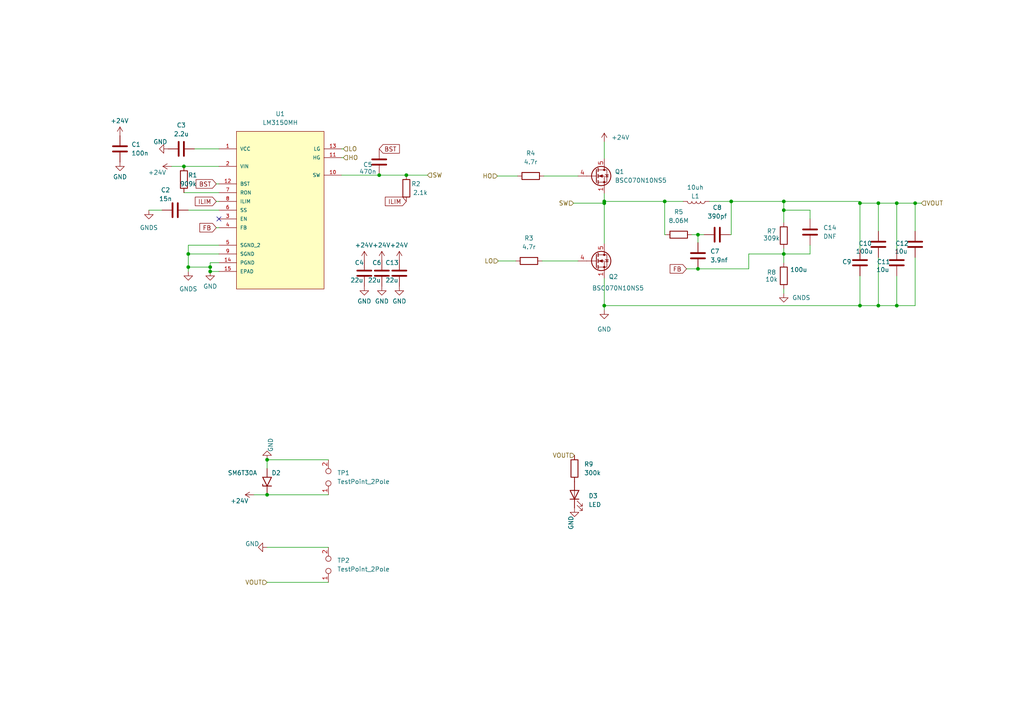
<source format=kicad_sch>
(kicad_sch (version 20211123) (generator eeschema)
  (paper "A4")
  (lib_symbols
    (symbol "0_RM2023:LM3150MH" (pin_names (offset 1.016))
      (property "Reference" "U" (at -4.4958 22.479 0))
      (property "Value" "LM3150MH" (at -6.1214 -28.7528 0))
      (symbol "LM3150MH_0_0"
        (rectangle (start -12.7 -25.4) (end 12.7 20.32) (stroke (width 0.1524)) (fill (type background)))
        (pin power_in line (at -17.78 15.24 0) (length 5.08) (name "VCC") (number "1"))
        (pin output line (at 17.78 7.62 180) (length 5.08) (name "SW") (number "10"))
        (pin output line (at 17.78 12.7 180) (length 5.08) (name "HG") (number "11"))
        (pin input line (at -17.78 5.08 0) (length 5.08) (name "BST") (number "12"))
        (pin output line (at 17.78 15.24 180) (length 5.08) (name "LG") (number "13"))
        (pin passive line (at -17.78 -17.78 0) (length 5.08) (name "PGND") (number "14"))
        (pin passive line (at -17.78 -20.32 0) (length 5.08) (name "EPAD") (number "15"))
        (pin input line (at -17.78 10.16 0) (length 5.08) (name "VIN") (number "2"))
        (pin input line (at -17.78 -5.08 0) (length 5.08) (name "EN") (number "3"))
        (pin input line (at -17.78 -7.62 0) (length 5.08) (name "FB") (number "4"))
        (pin passive line (at -17.78 -12.7 0) (length 5.08) (name "SGND_2") (number "5"))
        (pin input line (at -17.78 -2.54 0) (length 5.08) (name "SS") (number "6"))
        (pin input line (at -17.78 2.54 0) (length 5.08) (name "RON") (number "7"))
        (pin input line (at -17.78 0 0) (length 5.08) (name "ILIM") (number "8"))
        (pin passive line (at -17.78 -15.24 0) (length 5.08) (name "SGND") (number "9"))
      )
    )
    (symbol "Connector:TestPoint_2Pole" (pin_names (offset 0.762) hide)
      (property "Reference" "TP" (at 0 1.524 0))
      (property "Value" "TestPoint_2Pole" (at 0 -1.778 0))
      (symbol "TestPoint_2Pole_0_1"
        (circle (center -1.778 0) (radius 0.762))
        (circle (center 1.778 0) (radius 0.762))
        (pin passive line (at -5.08 0 0) (length 2.54) (name "1") (number "1"))
        (pin passive line (at 5.08 0 180) (length 2.54) (name "2") (number "2"))
      )
    )
    (symbol "Device:C" (pin_numbers hide) (pin_names (offset 0.254))
      (property "Reference" "C" (at 0.635 2.54 0))
      (property "Value" "C" (at 0.635 -2.54 0))
      (symbol "C_0_1"
        (polyline (pts (xy -2.032 -0.762) (xy 2.032 -0.762)) (stroke (width 0.508)))
        (polyline (pts (xy -2.032 0.762) (xy 2.032 0.762)) (stroke (width 0.508)))
      )
      (symbol "C_1_1"
        (pin passive line (at 0 3.81 270) (length 2.794) (name "~") (number "1"))
        (pin passive line (at 0 -3.81 90) (length 2.794) (name "~") (number "2"))
      )
    )
    (symbol "Device:L" (pin_numbers hide) (pin_names (offset 1.016) hide)
      (property "Reference" "L" (at -1.27 0 90))
      (property "Value" "L" (at 1.905 0 90))
      (symbol "L_0_1"
        (arc (start 0 -2.54) (mid 0.635 -1.905) (end 0 -1.27))
        (arc (start 0 -1.27) (mid 0.635 -0.635) (end 0 0))
        (arc (start 0 0) (mid 0.635 0.635) (end 0 1.27))
        (arc (start 0 1.27) (mid 0.635 1.905) (end 0 2.54))
      )
      (symbol "L_1_1"
        (pin passive line (at 0 3.81 270) (length 1.27) (name "1") (number "1"))
        (pin passive line (at 0 -3.81 90) (length 1.27) (name "2") (number "2"))
      )
    )
    (symbol "Device:LED" (pin_numbers hide) (pin_names (offset 1.016) hide)
      (property "Reference" "D" (at 0 2.54 0))
      (property "Value" "LED" (at 0 -2.54 0))
      (symbol "LED_0_1"
        (polyline (pts (xy -1.27 -1.27) (xy -1.27 1.27)) (stroke (width 0.254)))
        (polyline (pts (xy -1.27 0) (xy 1.27 0)))
        (polyline (pts (xy 1.27 -1.27) (xy 1.27 1.27) (xy -1.27 0) (xy 1.27 -1.27)) (stroke (width 0.254)))
        (polyline (pts (xy -3.048 -0.762) (xy -4.572 -2.286) (xy -3.81 -2.286) (xy -4.572 -2.286) (xy -4.572 -1.524)))
        (polyline (pts (xy -1.778 -0.762) (xy -3.302 -2.286) (xy -2.54 -2.286) (xy -3.302 -2.286) (xy -3.302 -1.524)))
      )
      (symbol "LED_1_1"
        (pin passive line (at -3.81 0 0) (length 2.54) (name "K") (number "1"))
        (pin passive line (at 3.81 0 180) (length 2.54) (name "A") (number "2"))
      )
    )
    (symbol "Device:R" (pin_numbers hide) (pin_names (offset 0))
      (property "Reference" "R" (at 2.032 0 90))
      (property "Value" "R" (at 0 0 90))
      (symbol "R_0_1"
        (rectangle (start -1.016 -2.54) (end 1.016 2.54) (stroke (width 0.254)))
      )
      (symbol "R_1_1"
        (pin passive line (at 0 3.81 270) (length 1.27) (name "~") (number "1"))
        (pin passive line (at 0 -3.81 90) (length 1.27) (name "~") (number "2"))
      )
    )
    (symbol "Diode:SM6T30A" (pin_numbers hide) (pin_names (offset 1.016) hide)
      (property "Reference" "D" (at 0 2.54 0))
      (property "Value" "SM6T30A" (at 0 -2.54 0))
      (symbol "SM6T30A_0_1"
        (polyline (pts (xy -0.762 1.27) (xy -1.27 1.27) (xy -1.27 -1.27)) (stroke (width 0.254)))
        (polyline (pts (xy 1.27 1.27) (xy 1.27 -1.27) (xy -1.27 0) (xy 1.27 1.27)) (stroke (width 0.254)))
      )
      (symbol "SM6T30A_1_1"
        (pin passive line (at -3.81 0 0) (length 2.54) (name "A1") (number "1"))
        (pin passive line (at 3.81 0 180) (length 2.54) (name "A2") (number "2"))
      )
    )
    (symbol "Transistor_FET:BSC070N10NS5" (pin_names hide)
      (property "Reference" "Q" (at 5.08 1.905 0))
      (property "Value" "BSC070N10NS5" (at 5.08 0 0))
      (symbol "BSC070N10NS5_0_1"
        (polyline (pts (xy 0.254 0) (xy -2.54 0)))
        (polyline (pts (xy 0.254 1.905) (xy 0.254 -1.905)) (stroke (width 0.254)))
        (polyline (pts (xy 0.762 -1.27) (xy 0.762 -2.286)) (stroke (width 0.254)))
        (polyline (pts (xy 0.762 0.508) (xy 0.762 -0.508)) (stroke (width 0.254)))
        (polyline (pts (xy 0.762 2.286) (xy 0.762 1.27)) (stroke (width 0.254)))
        (polyline (pts (xy 2.54 2.54) (xy 2.54 1.778)))
        (polyline (pts (xy 2.54 -2.54) (xy 2.54 0) (xy 0.762 0)))
        (polyline (pts (xy 0.762 -1.778) (xy 3.302 -1.778) (xy 3.302 1.778) (xy 0.762 1.778)))
        (polyline (pts (xy 1.016 0) (xy 2.032 0.381) (xy 2.032 -0.381) (xy 1.016 0)) (fill (type outline)))
        (polyline (pts (xy 2.794 0.508) (xy 2.921 0.381) (xy 3.683 0.381) (xy 3.81 0.254)))
        (polyline (pts (xy 3.302 0.381) (xy 2.921 -0.254) (xy 3.683 -0.254) (xy 3.302 0.381)))
        (circle (center 1.651 0) (radius 2.794) (stroke (width 0.254)))
        (circle (center 2.54 -1.778) (radius 0.254) (fill (type outline)))
        (circle (center 2.54 1.778) (radius 0.254) (fill (type outline)))
      )
      (symbol "BSC070N10NS5_1_1"
        (pin passive line (at 2.54 -5.08 90) (length 2.54) (name "S") (number "1"))
        (pin passive line (at 2.54 -5.08 90) (length 2.54) hide (name "S") (number "2"))
        (pin passive line (at 2.54 -5.08 90) (length 2.54) hide (name "S") (number "3"))
        (pin passive line (at -5.08 0 0) (length 2.54) (name "G") (number "4"))
        (pin passive line (at 2.54 5.08 270) (length 2.54) (name "D") (number "5"))
      )
    )
    (symbol "power:+24V" (power) (pin_names (offset 0))
      (property "Value" "+24V" (at 0 3.556 0))
      (symbol "+24V_0_1"
        (polyline (pts (xy -0.762 1.27) (xy 0 2.54)))
        (polyline (pts (xy 0 0) (xy 0 2.54)))
        (polyline (pts (xy 0 2.54) (xy 0.762 1.27)))
      )
      (symbol "+24V_1_1"
        (pin power_in line (at 0 0 90) (length 0) hide (name "+24V") (number "1"))
      )
    )
    (symbol "power:GND" (power) (pin_names (offset 0))
      (property "Value" "GND" (at 0 -3.81 0))
      (symbol "GND_0_1"
        (polyline (pts (xy 0 0) (xy 0 -1.27) (xy 1.27 -1.27) (xy 0 -2.54) (xy -1.27 -1.27) (xy 0 -1.27)))
      )
      (symbol "GND_1_1"
        (pin power_in line (at 0 0 270) (length 0) hide (name "GND") (number "1"))
      )
    )
    (symbol "power:GNDS" (power) (pin_names (offset 0))
      (property "Value" "GNDS" (at 0 -3.81 0))
      (symbol "GNDS_0_1"
        (polyline (pts (xy 0 0) (xy 0 -1.27) (xy 1.27 -1.27) (xy 0 -2.54) (xy -1.27 -1.27) (xy 0 -1.27)))
      )
      (symbol "GNDS_1_1"
        (pin power_in line (at 0 0 270) (length 0) hide (name "GNDS") (number "1"))
      )
    )
  )
  (junction (at 175.26 58.42))
  (junction (at 60.96 78.74))
  (junction (at 265.43 58.928))
  (junction (at 254.762 58.928))
  (junction (at 109.982 50.8))
  (junction (at 53.34 48.26))
  (junction (at 202.438 68.072))
  (junction (at 202.438 77.978))
  (junction (at 175.26 88.646))
  (junction (at 227.33 73.66))
  (junction (at 77.47 143.51))
  (junction (at 117.856 50.8))
  (junction (at 249.428 58.928))
  (junction (at 60.96 77.47))
  (junction (at 227.33 60.96))
  (junction (at 212.09 58.42))
  (junction (at 77.47 133.35))
  (junction (at 260.096 88.646))
  (junction (at 249.428 88.646))
  (junction (at 254.762 88.646))
  (junction (at 227.33 58.42))
  (junction (at 260.096 58.928))
  (junction (at 192.786 58.42))
  (junction (at 54.61 73.66))
  (junction (at 175.26 58.928))
  (junction (at 54.61 77.47))
  (no_connect (at 63.5 63.5))
  (wire (pts (xy 53.34 48.26) (xy 63.5 48.26)))
  (wire (pts (xy 175.26 80.772) (xy 175.26 88.646)))
  (wire (pts (xy 175.26 58.42) (xy 175.26 58.928)))
  (wire (pts (xy 212.09 58.42) (xy 212.09 68.072)))
  (wire (pts (xy 249.428 58.928) (xy 254.762 58.928)))
  (wire (pts (xy 211.836 68.072) (xy 212.09 68.072)))
  (wire (pts (xy 234.95 73.66) (xy 227.33 73.66)))
  (wire (pts (xy 234.95 63.5) (xy 234.95 60.96)))
  (wire (pts (xy 192.786 68.072) (xy 193.04 68.072)))
  (wire (pts (xy 202.438 68.072) (xy 200.66 68.072)))
  (wire (pts (xy 56.388 43.18) (xy 63.5 43.18)))
  (wire (pts (xy 265.43 58.928) (xy 267.208 58.928)))
  (wire (pts (xy 54.61 77.47) (xy 60.96 77.47)))
  (wire (pts (xy 77.47 168.91) (xy 95.25 168.91)))
  (wire (pts (xy 260.096 80.01) (xy 260.096 88.646)))
  (wire (pts (xy 227.33 58.42) (xy 249.428 58.42)))
  (wire (pts (xy 175.26 89.916) (xy 175.26 88.646)))
  (wire (pts (xy 60.96 76.2) (xy 60.96 77.47)))
  (wire (pts (xy 249.428 88.646) (xy 249.428 80.01)))
  (wire (pts (xy 54.61 71.12) (xy 54.61 73.66)))
  (wire (pts (xy 99.06 43.18) (xy 99.568 43.18)))
  (wire (pts (xy 73.66 143.51) (xy 77.47 143.51)))
  (wire (pts (xy 53.34 55.88) (xy 63.5 55.88)))
  (wire (pts (xy 54.61 73.66) (xy 54.61 77.47)))
  (wire (pts (xy 175.26 88.646) (xy 249.428 88.646)))
  (wire (pts (xy 54.61 73.66) (xy 63.5 73.66)))
  (wire (pts (xy 49.784 48.26) (xy 53.34 48.26)))
  (wire (pts (xy 63.5 71.12) (xy 54.61 71.12)))
  (wire (pts (xy 175.26 70.612) (xy 175.26 58.928)))
  (wire (pts (xy 227.33 60.96) (xy 234.95 60.96)))
  (wire (pts (xy 192.786 58.42) (xy 192.786 68.072)))
  (wire (pts (xy 202.438 70.358) (xy 202.438 68.072)))
  (wire (pts (xy 249.428 58.928) (xy 249.428 72.39)))
  (wire (pts (xy 157.734 51.054) (xy 167.64 51.054)))
  (wire (pts (xy 249.428 88.646) (xy 254.762 88.646)))
  (wire (pts (xy 77.47 133.35) (xy 77.47 135.89)))
  (wire (pts (xy 202.438 77.978) (xy 217.17 77.978)))
  (wire (pts (xy 175.26 58.42) (xy 192.786 58.42)))
  (wire (pts (xy 205.74 58.42) (xy 212.09 58.42)))
  (wire (pts (xy 77.47 158.75) (xy 95.25 158.75)))
  (wire (pts (xy 144.526 75.692) (xy 149.606 75.692)))
  (wire (pts (xy 227.33 73.66) (xy 227.33 72.136)))
  (wire (pts (xy 54.61 77.47) (xy 54.61 78.74)))
  (wire (pts (xy 227.33 83.82) (xy 227.33 85.09)))
  (wire (pts (xy 199.136 77.978) (xy 202.438 77.978)))
  (wire (pts (xy 99.06 45.72) (xy 99.568 45.72)))
  (wire (pts (xy 63.5 58.42) (xy 62.738 58.42)))
  (wire (pts (xy 77.47 143.51) (xy 95.25 143.51)))
  (wire (pts (xy 60.96 78.74) (xy 63.5 78.74)))
  (wire (pts (xy 227.33 58.42) (xy 227.33 60.96)))
  (wire (pts (xy 144.272 51.054) (xy 150.114 51.054)))
  (wire (pts (xy 43.18 60.96) (xy 46.99 60.96)))
  (wire (pts (xy 265.43 88.646) (xy 265.43 74.676)))
  (wire (pts (xy 254.762 58.928) (xy 254.762 67.056)))
  (wire (pts (xy 260.096 58.928) (xy 265.43 58.928)))
  (wire (pts (xy 254.762 58.928) (xy 260.096 58.928)))
  (wire (pts (xy 198.12 58.42) (xy 192.786 58.42)))
  (wire (pts (xy 54.61 60.96) (xy 63.5 60.96)))
  (wire (pts (xy 234.95 71.12) (xy 234.95 73.66)))
  (wire (pts (xy 212.09 58.42) (xy 227.33 58.42)))
  (wire (pts (xy 227.33 76.2) (xy 227.33 73.66)))
  (wire (pts (xy 217.17 77.978) (xy 217.17 73.66)))
  (wire (pts (xy 260.096 58.928) (xy 260.096 72.39)))
  (wire (pts (xy 227.33 60.96) (xy 227.33 64.516)))
  (wire (pts (xy 63.5 66.04) (xy 62.738 66.04)))
  (wire (pts (xy 204.216 68.072) (xy 202.438 68.072)))
  (wire (pts (xy 260.096 88.646) (xy 265.43 88.646)))
  (wire (pts (xy 99.06 50.8) (xy 109.982 50.8)))
  (wire (pts (xy 254.762 88.646) (xy 260.096 88.646)))
  (wire (pts (xy 157.226 75.692) (xy 167.64 75.692)))
  (wire (pts (xy 254.762 74.676) (xy 254.762 88.646)))
  (wire (pts (xy 166.37 58.928) (xy 175.26 58.928)))
  (wire (pts (xy 63.5 76.2) (xy 60.96 76.2)))
  (wire (pts (xy 217.17 73.66) (xy 227.33 73.66)))
  (wire (pts (xy 60.96 77.47) (xy 60.96 78.74)))
  (wire (pts (xy 77.47 133.35) (xy 95.25 133.35)))
  (wire (pts (xy 175.26 58.42) (xy 175.26 56.134)))
  (wire (pts (xy 265.43 58.928) (xy 265.43 67.056)))
  (wire (pts (xy 175.26 41.148) (xy 175.26 45.974)))
  (wire (pts (xy 63.5 53.34) (xy 62.738 53.34)))
  (wire (pts (xy 117.856 50.8) (xy 123.952 50.8)))
  (wire (pts (xy 109.982 50.8) (xy 117.856 50.8)))
  (wire (pts (xy 249.428 58.42) (xy 249.428 58.928)))
  (global_label "ILIM" (shape input) (at 62.738 58.42 180) (property "Intersheet References" "${INTERSHEET_REFS}" (effects hide)))
  (global_label "FB" (shape input) (at 199.136 77.978 180) (property "Intersheet References" "${INTERSHEET_REFS}" (effects hide)))
  (global_label "BST" (shape input) (at 109.982 43.18 0) (property "Intersheet References" "${INTERSHEET_REFS}" (effects hide)))
  (global_label "ILIM" (shape input) (at 117.856 58.42 180) (property "Intersheet References" "${INTERSHEET_REFS}" (effects hide)))
  (global_label "FB" (shape input) (at 62.738 66.04 180) (property "Intersheet References" "${INTERSHEET_REFS}" (effects hide)))
  (global_label "BST" (shape input) (at 62.738 53.34 180) (property "Intersheet References" "${INTERSHEET_REFS}" (effects hide)))
  (hierarchical_label "SW" (shape input) (at 166.37 58.928 180))
  (hierarchical_label "HO" (shape input) (at 144.272 51.054 180))
  (hierarchical_label "HO" (shape input) (at 99.568 45.72 0))
  (hierarchical_label "VOUT" (shape input) (at 77.47 168.91 180))
  (hierarchical_label "VOUT" (shape input) (at 166.624 132.08 180))
  (hierarchical_label "SW" (shape input) (at 123.952 50.8 0))
  (hierarchical_label "LO" (shape input) (at 144.526 75.692 180))
  (hierarchical_label "LO" (shape input) (at 99.568 43.18 0))
  (hierarchical_label "VOUT" (shape input) (at 267.208 58.928 0))
  (symbol (lib_id "Transistor_FET:BSC070N10NS5") (at 172.72 51.054 0) (unit 1)
    (property "Reference" "Q1" (at 178.308 49.7839 0) (effects (justify left)))
    (property "Value" "BSC070N10NS5" (at 178.308 52.3239 0) (effects (justify left)))
    (property "Footprint" "Package_TO_SOT_SMD:TDSON-8-1" (effects hide))
    (property "Datasheet" "http://www.infineon.com/dgdl/Infineon-BSC070N10NS5-DS-v02_01-EN.pdf?fileId=5546d4624a0bf290014a0fc62d9d6b3c" (effects hide))
  )
  (symbol (lib_id "power:GND") (at 166.624 147.32 0) (unit 1)
    (property "Reference" "#PWR0114" (effects hide))
    (property "Value" "GND" (at 165.608 153.67 90) (effects (justify left)))
  )
  (symbol (lib_id "Device:C") (at 105.664 79.248 0) (unit 1)
    (property "Reference" "C4" (at 102.87 76.2 0) (effects (justify left)))
    (property "Value" "22u" (at 101.6 81.28 0) (effects (justify left)))
    (property "Footprint" "Capacitor_SMD:C_1206_3216Metric_Pad1.33x1.80mm_HandSolder" (effects hide))
  )
  (symbol (lib_id "Device:C") (at 109.982 46.99 180) (unit 1)
    (property "Reference" "C5" (at 106.68 47.752 0))
    (property "Value" "470n" (at 106.68 49.784 0))
    (property "Footprint" "Capacitor_SMD:C_0603_1608Metric" (effects hide))
  )
  (symbol (lib_id "Device:L") (at 201.93 58.42 270) (unit 1)
    (property "Reference" "L1" (at 201.676 56.896 90))
    (property "Value" "10uh" (at 201.676 54.356 90))
    (property "Footprint" "0_RM2023:Inductor_RM6" (effects hide))
  )
  (symbol (lib_id "Device:LED") (at 166.624 143.51 90) (unit 1)
    (property "Reference" "D3" (at 170.688 143.8274 90) (effects (justify right)))
    (property "Value" "LED" (at 170.688 146.3674 90) (effects (justify right)))
    (property "Footprint" "LED_SMD:LED_0603_1608Metric" (effects hide))
  )
  (symbol (lib_id "power:GND") (at 77.47 158.75 270) (unit 1)
    (property "Reference" "#PWR0113" (effects hide))
    (property "Value" "GND" (at 71.12 157.734 90) (effects (justify left)))
  )
  (symbol (lib_id "Device:R") (at 227.33 68.326 180) (unit 1)
    (property "Reference" "R7" (at 223.774 67.056 0))
    (property "Value" "309k" (at 223.774 69.088 0))
    (property "Footprint" "Resistor_SMD:R_0603_1608Metric" (effects hide))
  )
  (symbol (lib_id "0_RM2023:LM3150MH") (at 81.28 58.42 0) (unit 1)
    (property "Reference" "U1" (at 81.28 33.02 0))
    (property "Value" "LM3150MH" (at 81.28 35.56 0))
    (property "Footprint" "Package_SO:HTSSOP-14-1EP_4.4x5mm_P0.65mm_EP3.4x5mm_Mask3x3.1mm" (effects hide))
    (property "PACKAGE" "TSSOP-14" (effects hide))
    (property "OC_NEWARK" "34P4821" (effects hide))
    (property "MPN" "LM3150MH" (effects hide))
    (property "OC_FARNELL" "-" (effects hide))
    (property "SUPPLIER" "National Semiconductor" (effects hide))
  )
  (symbol (lib_id "power:GND") (at 110.744 83.058 0) (unit 1)
    (property "Reference" "#PWR0104" (effects hide))
    (property "Value" "GND" (at 108.712 87.376 0) (effects (justify left)))
  )
  (symbol (lib_id "Device:C") (at 110.744 79.248 0) (unit 1)
    (property "Reference" "C6" (at 107.95 76.2 0) (effects (justify left)))
    (property "Value" "22u" (at 106.68 81.28 0) (effects (justify left)))
    (property "Footprint" "Capacitor_SMD:C_1206_3216Metric_Pad1.33x1.80mm_HandSolder" (effects hide))
  )
  (symbol (lib_id "power:GND") (at 115.824 83.058 0) (unit 1)
    (property "Reference" "#PWR0117" (effects hide))
    (property "Value" "GND" (at 113.792 87.376 0) (effects (justify left)))
  )
  (symbol (lib_id "Device:R") (at 53.34 52.07 0) (mirror x) (unit 1)
    (property "Reference" "R1" (at 55.88 50.8 0))
    (property "Value" "909k" (at 54.61 53.34 0))
    (property "Footprint" "Resistor_SMD:R_0603_1608Metric" (effects hide))
  )
  (symbol (lib_id "power:GNDS") (at 43.18 60.96 0) (mirror y) (unit 1)
    (property "Reference" "#PWR0119" (effects hide))
    (property "Value" "GNDS" (at 43.18 66.04 0))
  )
  (symbol (lib_id "Device:C") (at 50.8 60.96 90) (unit 1)
    (property "Reference" "C2" (at 48.006 55.118 90))
    (property "Value" "15n" (at 48.006 57.658 90))
    (property "Footprint" "Capacitor_SMD:C_0603_1608Metric" (effects hide))
  )
  (symbol (lib_id "Device:C") (at 34.798 43.18 0) (unit 1)
    (property "Reference" "C1" (at 38.1 41.9099 0) (effects (justify left)))
    (property "Value" "100n" (at 38.1 44.4499 0) (effects (justify left)))
    (property "Footprint" "Capacitor_SMD:C_0603_1608Metric" (effects hide))
  )
  (symbol (lib_id "power:GND") (at 34.798 46.99 0) (unit 1)
    (property "Reference" "#PWR0116" (effects hide))
    (property "Value" "GND" (at 32.766 51.308 0) (effects (justify left)))
  )
  (symbol (lib_id "Device:R") (at 227.33 80.01 180) (unit 1)
    (property "Reference" "R8" (at 223.774 78.994 0))
    (property "Value" "10k" (at 223.774 81.026 0))
    (property "Footprint" "Resistor_SMD:R_0603_1608Metric" (effects hide))
  )
  (symbol (lib_id "Device:C") (at 208.026 68.072 90) (unit 1)
    (property "Reference" "C8" (at 208.026 60.198 90))
    (property "Value" "390pf" (at 208.026 62.738 90))
    (property "Footprint" "Capacitor_SMD:C_0603_1608Metric" (effects hide))
  )
  (symbol (lib_id "power:GNDS") (at 54.61 78.74 0) (mirror y) (unit 1)
    (property "Reference" "#PWR0120" (effects hide))
    (property "Value" "GNDS" (at 54.61 83.82 0))
  )
  (symbol (lib_id "power:GNDS") (at 227.33 85.09 0) (mirror y) (unit 1)
    (property "Reference" "#PWR0106" (effects hide))
    (property "Value" "GNDS" (at 232.41 86.36 0))
  )
  (symbol (lib_id "Device:C") (at 202.438 74.168 180) (unit 1)
    (property "Reference" "C7" (at 205.994 72.8979 0) (effects (justify right)))
    (property "Value" "3.9nf" (at 205.994 75.4379 0) (effects (justify right)))
    (property "Footprint" "Capacitor_SMD:C_0603_1608Metric" (effects hide))
  )
  (symbol (lib_id "Device:C") (at 234.95 67.31 180) (unit 1)
    (property "Reference" "C14" (at 238.76 66.0399 0) (effects (justify right)))
    (property "Value" "DNF" (at 238.76 68.5799 0) (effects (justify right)))
    (property "Footprint" "Capacitor_SMD:C_0603_1608Metric" (effects hide))
  )
  (symbol (lib_id "Device:R") (at 166.624 135.89 0) (unit 1)
    (property "Reference" "R9" (at 169.418 134.6199 0) (effects (justify left)))
    (property "Value" "300k" (at 169.418 137.1599 0) (effects (justify left)))
    (property "Footprint" "Resistor_SMD:R_0603_1608Metric" (effects hide))
  )
  (symbol (lib_id "power:GND") (at 105.664 83.058 0) (unit 1)
    (property "Reference" "#PWR0103" (effects hide))
    (property "Value" "GND" (at 103.632 87.376 0) (effects (justify left)))
  )
  (symbol (lib_id "power:+24V") (at 115.824 75.438 0) (unit 1)
    (property "Reference" "#PWR0118" (effects hide))
    (property "Value" "+24V" (at 118.364 71.12 0) (effects (justify right)))
  )
  (symbol (lib_id "Device:C") (at 260.096 76.2 180) (unit 1)
    (property "Reference" "C11" (at 256.286 75.946 0))
    (property "Value" "10u" (at 256.032 78.232 0))
    (property "Footprint" "Capacitor_SMD:C_1206_3216Metric" (effects hide))
  )
  (symbol (lib_id "Device:C") (at 115.824 79.248 0) (unit 1)
    (property "Reference" "C13" (at 111.76 76.2 0) (effects (justify left)))
    (property "Value" "22u" (at 111.76 81.28 0) (effects (justify left)))
    (property "Footprint" "Capacitor_SMD:C_1206_3216Metric_Pad1.33x1.80mm_HandSolder" (effects hide))
  )
  (symbol (lib_id "power:+24V") (at 73.66 143.51 90) (unit 1)
    (property "Reference" "#PWR0112" (effects hide))
    (property "Value" "+24V" (at 66.802 145.288 90) (effects (justify right)))
  )
  (symbol (lib_id "Device:R") (at 196.85 68.072 90) (unit 1)
    (property "Reference" "R5" (at 196.85 61.468 90))
    (property "Value" "8.06M" (at 196.85 64.008 90))
    (property "Footprint" "Resistor_SMD:R_0603_1608Metric" (effects hide))
  )
  (symbol (lib_id "Device:R") (at 117.856 54.61 180) (unit 1)
    (property "Reference" "R2" (at 120.65 53.34 0))
    (property "Value" "2.1k" (at 121.92 55.88 0))
    (property "Footprint" "Resistor_SMD:R_0603_1608Metric" (effects hide))
  )
  (symbol (lib_id "Device:C") (at 52.578 43.18 90) (unit 1)
    (property "Reference" "C3" (at 52.578 36.322 90))
    (property "Value" "2.2u" (at 52.578 38.862 90))
    (property "Footprint" "Capacitor_SMD:C_1206_3216Metric_Pad1.33x1.80mm_HandSolder" (effects hide))
  )
  (symbol (lib_id "power:+24V") (at 175.26 41.148 0) (unit 1)
    (property "Reference" "#PWR0109" (effects hide))
    (property "Value" "+24V" (at 177.292 39.8779 0) (effects (justify left)))
  )
  (symbol (lib_id "power:+24V") (at 34.798 39.37 0) (unit 1)
    (property "Reference" "#PWR0115" (effects hide))
    (property "Value" "+24V" (at 37.338 35.052 0) (effects (justify right)))
  )
  (symbol (lib_id "Device:R") (at 153.924 51.054 90) (unit 1)
    (property "Reference" "R4" (at 153.924 44.45 90))
    (property "Value" "4.7r" (at 153.924 46.99 90))
    (property "Footprint" "Resistor_SMD:R_0603_1608Metric" (effects hide))
  )
  (symbol (lib_id "power:GND") (at 77.47 133.35 180) (unit 1)
    (property "Reference" "#PWR0111" (effects hide))
    (property "Value" "GND" (at 78.486 127 90) (effects (justify left)))
  )
  (symbol (lib_id "power:+24V") (at 105.664 75.438 0) (unit 1)
    (property "Reference" "#PWR0102" (effects hide))
    (property "Value" "+24V" (at 108.204 71.12 0) (effects (justify right)))
  )
  (symbol (lib_id "power:GND") (at 48.768 43.18 270) (unit 1)
    (property "Reference" "#PWR0107" (effects hide))
    (property "Value" "GND" (at 44.45 41.148 90) (effects (justify left)))
  )
  (symbol (lib_id "Transistor_FET:BSC070N10NS5") (at 172.72 75.692 0) (unit 1)
    (property "Reference" "Q2" (at 176.53 80.264 0) (effects (justify left)))
    (property "Value" "BSC070N10NS5" (at 171.704 83.566 0) (effects (justify left)))
    (property "Footprint" "Package_TO_SOT_SMD:TDSON-8-1" (effects hide))
    (property "Datasheet" "http://www.infineon.com/dgdl/Infineon-BSC070N10NS5-DS-v02_01-EN.pdf?fileId=5546d4624a0bf290014a0fc62d9d6b3c" (effects hide))
  )
  (symbol (lib_id "Connector:TestPoint_2Pole") (at 95.25 138.43 90) (unit 1)
    (property "Reference" "TP1" (at 97.79 137.1599 90) (effects (justify right)))
    (property "Value" "TestPoint_2Pole" (at 97.79 139.6999 90) (effects (justify right)))
    (property "Footprint" "TestPoint:TestPoint_2Pads_Pitch5.08mm_Drill1.3mm" (effects hide))
  )
  (symbol (lib_id "power:+24V") (at 110.744 75.438 0) (unit 1)
    (property "Reference" "#PWR0101" (effects hide))
    (property "Value" "+24V" (at 113.284 71.12 0) (effects (justify right)))
  )
  (symbol (lib_id "Device:C") (at 249.428 76.2 180) (unit 1)
    (property "Reference" "C9" (at 245.618 75.946 0))
    (property "Value" "100u" (at 231.648 78.232 0))
    (property "Footprint" "Capacitor_SMD:C_1206_3216Metric" (effects hide))
  )
  (symbol (lib_id "power:+24V") (at 49.784 48.26 90) (unit 1)
    (property "Reference" "#PWR0108" (effects hide))
    (property "Value" "+24V" (at 42.926 50.038 90) (effects (justify right)))
  )
  (symbol (lib_id "Connector:TestPoint_2Pole") (at 95.25 163.83 90) (unit 1)
    (property "Reference" "TP2" (at 97.79 162.5599 90) (effects (justify right)))
    (property "Value" "TestPoint_2Pole" (at 97.79 165.0999 90) (effects (justify right)))
    (property "Footprint" "TestPoint:TestPoint_2Pads_Pitch5.08mm_Drill1.3mm" (effects hide))
  )
  (symbol (lib_id "Device:R") (at 153.416 75.692 90) (unit 1)
    (property "Reference" "R3" (at 153.416 69.088 90))
    (property "Value" "4.7r" (at 153.416 71.628 90))
    (property "Footprint" "Resistor_SMD:R_0603_1608Metric" (effects hide))
  )
  (symbol (lib_id "Device:C") (at 265.43 70.866 180) (unit 1)
    (property "Reference" "C12" (at 261.62 70.612 0))
    (property "Value" "10u" (at 261.366 72.898 0))
    (property "Footprint" "Capacitor_SMD:C_1206_3216Metric" (effects hide))
  )
  (symbol (lib_id "power:GND") (at 175.26 89.916 0) (unit 1)
    (property "Reference" "#PWR0110" (effects hide))
    (property "Value" "GND" (at 175.26 95.504 0))
  )
  (symbol (lib_id "Device:C") (at 254.762 70.866 180) (unit 1)
    (property "Reference" "C10" (at 250.952 70.612 0))
    (property "Value" "100u" (at 250.698 72.898 0))
    (property "Footprint" "Capacitor_SMD:C_1206_3216Metric" (effects hide))
  )
  (symbol (lib_id "Diode:SM6T30A") (at 77.47 139.7 90) (unit 1)
    (property "Reference" "D2" (at 78.74 137.16 90) (effects (justify right)))
    (property "Value" "SM6T30A" (at 66.04 137.16 90) (effects (justify right)))
    (property "Footprint" "Diode_SMD:D_SMA-SMB_Universal_Handsoldering" (effects hide))
    (property "Datasheet" "https://www.st.com/resource/en/datasheet/sm6t.pdf" (effects hide))
  )
  (symbol (lib_id "power:GND") (at 60.96 78.74 0) (unit 1)
    (property "Reference" "#PWR0105" (effects hide))
    (property "Value" "GND" (at 58.928 83.058 0) (effects (justify left)))
  )
)
</source>
